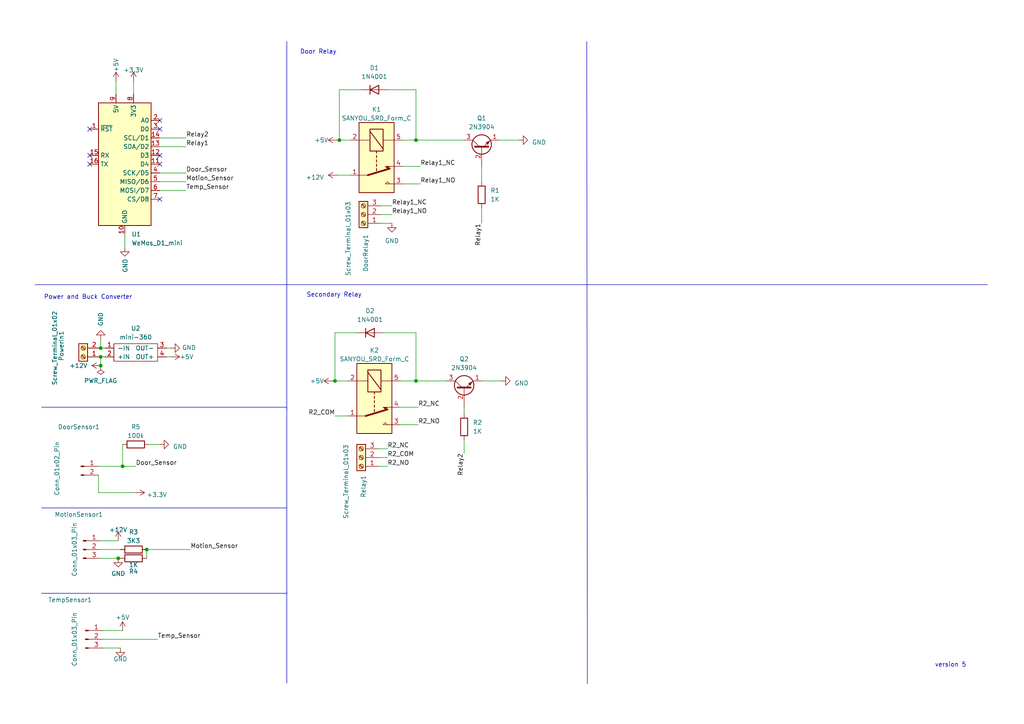
<source format=kicad_sch>
(kicad_sch (version 20230121) (generator eeschema)
  (paper "A4")
  (lib_symbols
    (symbol "Connector:Conn_01x02_Pin" (pin_names (offset 1.016) hide)
      (property "Reference" "J" (at 0 2.54 0))
      (property "Value" "Conn_01x02_Pin" (at 0 -5.08 0))
      (symbol "Conn_01x02_Pin_1_1"
        (polyline (pts (xy 1.27 -2.54) (xy 0.8636 -2.54)) (stroke (width 0.1524)))
        (polyline (pts (xy 1.27 0) (xy 0.8636 0)) (stroke (width 0.1524)))
        (rectangle (start 0.8636 -2.413) (end 0 -2.667) (stroke (width 0.1524)) (fill (type outline)))
        (rectangle (start 0.8636 0.127) (end 0 -0.127) (stroke (width 0.1524)) (fill (type outline)))
        (pin passive line (at 5.08 0 180) (length 3.81) (name "Pin_1") (number "1"))
        (pin passive line (at 5.08 -2.54 180) (length 3.81) (name "Pin_2") (number "2"))
      )
    )
    (symbol "Connector:Conn_01x03_Pin" (pin_names (offset 1.016) hide)
      (property "Reference" "J" (at 0 5.08 0))
      (property "Value" "Conn_01x03_Pin" (at 0 -5.08 0))
      (symbol "Conn_01x03_Pin_1_1"
        (polyline (pts (xy 1.27 -2.54) (xy 0.8636 -2.54)) (stroke (width 0.1524)))
        (polyline (pts (xy 1.27 0) (xy 0.8636 0)) (stroke (width 0.1524)))
        (polyline (pts (xy 1.27 2.54) (xy 0.8636 2.54)) (stroke (width 0.1524)))
        (rectangle (start 0.8636 -2.413) (end 0 -2.667) (stroke (width 0.1524)) (fill (type outline)))
        (rectangle (start 0.8636 0.127) (end 0 -0.127) (stroke (width 0.1524)) (fill (type outline)))
        (rectangle (start 0.8636 2.667) (end 0 2.413) (stroke (width 0.1524)) (fill (type outline)))
        (pin passive line (at 5.08 2.54 180) (length 3.81) (name "Pin_1") (number "1"))
        (pin passive line (at 5.08 0 180) (length 3.81) (name "Pin_2") (number "2"))
        (pin passive line (at 5.08 -2.54 180) (length 3.81) (name "Pin_3") (number "3"))
      )
    )
    (symbol "Connector:Screw_Terminal_01x02" (pin_names (offset 1.016) hide)
      (property "Reference" "J" (at 0 2.54 0))
      (property "Value" "Screw_Terminal_01x02" (at 0 -5.08 0))
      (symbol "Screw_Terminal_01x02_1_1"
        (rectangle (start -1.27 1.27) (end 1.27 -3.81) (stroke (width 0.254)) (fill (type background)))
        (circle (center 0 -2.54) (radius 0.635) (stroke (width 0.1524)))
        (polyline (pts (xy -0.5334 -2.2098) (xy 0.3302 -3.048)) (stroke (width 0.1524)))
        (polyline (pts (xy -0.5334 0.3302) (xy 0.3302 -0.508)) (stroke (width 0.1524)))
        (polyline (pts (xy -0.3556 -2.032) (xy 0.508 -2.8702)) (stroke (width 0.1524)))
        (polyline (pts (xy -0.3556 0.508) (xy 0.508 -0.3302)) (stroke (width 0.1524)))
        (circle (center 0 0) (radius 0.635) (stroke (width 0.1524)))
        (pin passive line (at -5.08 0 0) (length 3.81) (name "Pin_1") (number "1"))
        (pin passive line (at -5.08 -2.54 0) (length 3.81) (name "Pin_2") (number "2"))
      )
    )
    (symbol "Connector:Screw_Terminal_01x03" (pin_names (offset 1.016) hide)
      (property "Reference" "J" (at 0 5.08 0))
      (property "Value" "Screw_Terminal_01x03" (at 0 -5.08 0))
      (symbol "Screw_Terminal_01x03_1_1"
        (rectangle (start -1.27 3.81) (end 1.27 -3.81) (stroke (width 0.254)) (fill (type background)))
        (circle (center 0 -2.54) (radius 0.635) (stroke (width 0.1524)))
        (polyline (pts (xy -0.5334 -2.2098) (xy 0.3302 -3.048)) (stroke (width 0.1524)))
        (polyline (pts (xy -0.5334 0.3302) (xy 0.3302 -0.508)) (stroke (width 0.1524)))
        (polyline (pts (xy -0.5334 2.8702) (xy 0.3302 2.032)) (stroke (width 0.1524)))
        (polyline (pts (xy -0.3556 -2.032) (xy 0.508 -2.8702)) (stroke (width 0.1524)))
        (polyline (pts (xy -0.3556 0.508) (xy 0.508 -0.3302)) (stroke (width 0.1524)))
        (polyline (pts (xy -0.3556 3.048) (xy 0.508 2.2098)) (stroke (width 0.1524)))
        (circle (center 0 0) (radius 0.635) (stroke (width 0.1524)))
        (circle (center 0 2.54) (radius 0.635) (stroke (width 0.1524)))
        (pin passive line (at -5.08 2.54 0) (length 3.81) (name "Pin_1") (number "1"))
        (pin passive line (at -5.08 0 0) (length 3.81) (name "Pin_2") (number "2"))
        (pin passive line (at -5.08 -2.54 0) (length 3.81) (name "Pin_3") (number "3"))
      )
    )
    (symbol "Device:R" (pin_numbers hide) (pin_names (offset 0))
      (property "Reference" "R" (at 2.032 0 90))
      (property "Value" "R" (at 0 0 90))
      (symbol "R_0_1"
        (rectangle (start -1.016 -2.54) (end 1.016 2.54) (stroke (width 0.254)))
      )
      (symbol "R_1_1"
        (pin passive line (at 0 3.81 270) (length 1.27) (name "~") (number "1"))
        (pin passive line (at 0 -3.81 90) (length 1.27) (name "~") (number "2"))
      )
    )
    (symbol "Diode:1N4001" (pin_numbers hide) (pin_names hide)
      (property "Reference" "D" (at 0 2.54 0))
      (property "Value" "1N4001" (at 0 -2.54 0))
      (symbol "1N4001_0_1"
        (polyline (pts (xy -1.27 1.27) (xy -1.27 -1.27)) (stroke (width 0.254)))
        (polyline (pts (xy 1.27 0) (xy -1.27 0)))
        (polyline (pts (xy 1.27 1.27) (xy 1.27 -1.27) (xy -1.27 0) (xy 1.27 1.27)) (stroke (width 0.254)))
      )
      (symbol "1N4001_1_1"
        (pin passive line (at -3.81 0 0) (length 2.54) (name "K") (number "1"))
        (pin passive line (at 3.81 0 180) (length 2.54) (name "A") (number "2"))
      )
    )
    (symbol "MCU_Module:WeMos_D1_mini"
      (property "Reference" "U" (at 3.81 19.05 0))
      (property "Value" "WeMos_D1_mini" (at 1.27 -19.05 0))
      (symbol "WeMos_D1_mini_1_1"
        (rectangle (start -7.62 17.78) (end 7.62 -17.78) (stroke (width 0.254)) (fill (type background)))
        (pin input line (at -10.16 10.16 0) (length 2.54) (name "~{RST}") (number "1"))
        (pin power_in line (at 0 -20.32 90) (length 2.54) (name "GND") (number "10"))
        (pin bidirectional line (at 10.16 0 180) (length 2.54) (name "D4") (number "11"))
        (pin bidirectional line (at 10.16 2.54 180) (length 2.54) (name "D3") (number "12"))
        (pin bidirectional line (at 10.16 5.08 180) (length 2.54) (name "SDA/D2") (number "13"))
        (pin bidirectional line (at 10.16 7.62 180) (length 2.54) (name "SCL/D1") (number "14"))
        (pin input line (at -10.16 2.54 0) (length 2.54) (name "RX") (number "15"))
        (pin output line (at -10.16 0 0) (length 2.54) (name "TX") (number "16"))
        (pin input line (at 10.16 12.7 180) (length 2.54) (name "A0") (number "2"))
        (pin bidirectional line (at 10.16 10.16 180) (length 2.54) (name "D0") (number "3"))
        (pin bidirectional line (at 10.16 -2.54 180) (length 2.54) (name "SCK/D5") (number "4"))
        (pin bidirectional line (at 10.16 -5.08 180) (length 2.54) (name "MISO/D6") (number "5"))
        (pin bidirectional line (at 10.16 -7.62 180) (length 2.54) (name "MOSI/D7") (number "6"))
        (pin bidirectional line (at 10.16 -10.16 180) (length 2.54) (name "CS/D8") (number "7"))
        (pin power_out line (at 2.54 20.32 270) (length 2.54) (name "3V3") (number "8"))
        (pin power_in line (at -2.54 20.32 270) (length 2.54) (name "5V") (number "9"))
      )
    )
    (symbol "Relay:SANYOU_SRD_Form_C"
      (property "Reference" "K" (at 11.43 3.81 0))
      (property "Value" "SANYOU_SRD_Form_C" (at 11.43 1.27 0))
      (symbol "SANYOU_SRD_Form_C_0_0"
        (polyline (pts (xy 7.62 5.08) (xy 7.62 2.54) (xy 6.985 3.175) (xy 7.62 3.81)))
      )
      (symbol "SANYOU_SRD_Form_C_0_1"
        (rectangle (start -10.16 5.08) (end 10.16 -5.08) (stroke (width 0.254)) (fill (type background)))
        (rectangle (start -8.255 1.905) (end -1.905 -1.905) (stroke (width 0.254)))
        (polyline (pts (xy -7.62 -1.905) (xy -2.54 1.905)) (stroke (width 0.254)))
        (polyline (pts (xy -5.08 -5.08) (xy -5.08 -1.905)))
        (polyline (pts (xy -5.08 5.08) (xy -5.08 1.905)))
        (polyline (pts (xy -1.905 0) (xy -1.27 0)) (stroke (width 0.254)))
        (polyline (pts (xy -0.635 0) (xy 0 0)) (stroke (width 0.254)))
        (polyline (pts (xy 0.635 0) (xy 1.27 0)) (stroke (width 0.254)))
        (polyline (pts (xy 1.905 0) (xy 2.54 0)) (stroke (width 0.254)))
        (polyline (pts (xy 3.175 0) (xy 3.81 0)) (stroke (width 0.254)))
        (polyline (pts (xy 5.08 -2.54) (xy 3.175 3.81)) (stroke (width 0.508)))
        (polyline (pts (xy 5.08 -2.54) (xy 5.08 -5.08)))
      )
      (symbol "SANYOU_SRD_Form_C_1_1"
        (polyline (pts (xy 2.54 3.81) (xy 3.175 3.175) (xy 2.54 2.54) (xy 2.54 5.08)) (fill (type outline)))
        (pin passive line (at 5.08 -7.62 90) (length 2.54) (name "~") (number "1"))
        (pin passive line (at -5.08 -7.62 90) (length 2.54) (name "~") (number "2"))
        (pin passive line (at 7.62 7.62 270) (length 2.54) (name "~") (number "3"))
        (pin passive line (at 2.54 7.62 270) (length 2.54) (name "~") (number "4"))
        (pin passive line (at -5.08 7.62 270) (length 2.54) (name "~") (number "5"))
      )
    )
    (symbol "Transistor_BJT:2N3904" (pin_names (offset 0) hide)
      (property "Reference" "Q" (at 5.08 1.905 0))
      (property "Value" "2N3904" (at 5.08 0 0))
      (symbol "2N3904_0_1"
        (polyline (pts (xy 0.635 0.635) (xy 2.54 2.54)))
        (polyline (pts (xy 0.635 -0.635) (xy 2.54 -2.54) (xy 2.54 -2.54)))
        (polyline (pts (xy 0.635 1.905) (xy 0.635 -1.905) (xy 0.635 -1.905)) (stroke (width 0.508)))
        (polyline (pts (xy 1.27 -1.778) (xy 1.778 -1.27) (xy 2.286 -2.286) (xy 1.27 -1.778) (xy 1.27 -1.778)) (fill (type outline)))
        (circle (center 1.27 0) (radius 2.8194) (stroke (width 0.254)))
      )
      (symbol "2N3904_1_1"
        (pin passive line (at 2.54 -5.08 90) (length 2.54) (name "E") (number "1"))
        (pin passive line (at -5.08 0 0) (length 5.715) (name "B") (number "2"))
        (pin passive line (at 2.54 5.08 270) (length 2.54) (name "C") (number "3"))
      )
    )
    (symbol "mini360:mini-360" (pin_names (offset 1.016))
      (property "Reference" "U2" (at 0 6.985 0))
      (property "Value" "mini-360" (at 0 4.6736 0))
      (symbol "mini-360_0_1"
        (rectangle (start -6.35 -2.54) (end 6.35 2.54))
        (rectangle (start -6.35 2.54) (end -6.35 -2.54))
      )
      (symbol "mini-360_1_1"
        (pin power_in line (at -8.89 1.27 0) (length 2.54) (name "-IN") (number "1"))
        (pin power_in line (at -8.89 -1.27 0) (length 2.54) (name "+IN") (number "2"))
        (pin power_out line (at 8.89 1.27 180) (length 2.54) (name "OUT-") (number "3"))
        (pin power_out line (at 8.89 -1.27 180) (length 2.54) (name "OUT+") (number "4"))
      )
    )
    (symbol "power:+12V" (power) (pin_names (offset 0))
      (property "Value" "+12V" (at 0 3.556 0))
      (symbol "+12V_0_1"
        (polyline (pts (xy -0.762 1.27) (xy 0 2.54)))
        (polyline (pts (xy 0 0) (xy 0 2.54)))
        (polyline (pts (xy 0 2.54) (xy 0.762 1.27)))
      )
      (symbol "+12V_1_1"
        (pin power_in line (at 0 0 90) (length 0) hide (name "+12V") (number "1"))
      )
    )
    (symbol "power:+3.3V" (power) (pin_names (offset 0))
      (property "Value" "+3.3V" (at 0 3.556 0))
      (symbol "+3.3V_0_1"
        (polyline (pts (xy -0.762 1.27) (xy 0 2.54)))
        (polyline (pts (xy 0 0) (xy 0 2.54)))
        (polyline (pts (xy 0 2.54) (xy 0.762 1.27)))
      )
      (symbol "+3.3V_1_1"
        (pin power_in line (at 0 0 90) (length 0) hide (name "+3.3V") (number "1"))
      )
    )
    (symbol "power:+5V" (power) (pin_names (offset 0))
      (property "Value" "+5V" (at 0 3.556 0))
      (symbol "+5V_0_1"
        (polyline (pts (xy -0.762 1.27) (xy 0 2.54)))
        (polyline (pts (xy 0 0) (xy 0 2.54)))
        (polyline (pts (xy 0 2.54) (xy 0.762 1.27)))
      )
      (symbol "+5V_1_1"
        (pin power_in line (at 0 0 90) (length 0) hide (name "+5V") (number "1"))
      )
    )
    (symbol "power:GND" (power) (pin_names (offset 0))
      (property "Value" "GND" (at 0 -3.81 0))
      (symbol "GND_0_1"
        (polyline (pts (xy 0 0) (xy 0 -1.27) (xy 1.27 -1.27) (xy 0 -2.54) (xy -1.27 -1.27) (xy 0 -1.27)))
      )
      (symbol "GND_1_1"
        (pin power_in line (at 0 0 270) (length 0) hide (name "GND") (number "1"))
      )
    )
    (symbol "power:PWR_FLAG" (power) (pin_numbers hide) (pin_names (offset 0) hide)
      (property "Value" "PWR_FLAG" (at 0 3.81 0))
      (symbol "PWR_FLAG_0_0"
        (pin power_out line (at 0 0 90) (length 0) (name "pwr") (number "1"))
      )
      (symbol "PWR_FLAG_0_1"
        (polyline (pts (xy 0 0) (xy 0 1.27) (xy -1.016 1.905) (xy 0 2.54) (xy 1.016 1.905) (xy 0 1.27)))
      )
    )
  )
  (junction (at 97.155 110.49))
  (junction (at 34.29 161.925))
  (junction (at 29.21 106.045))
  (junction (at 98.425 40.64))
  (junction (at 120.65 110.49))
  (junction (at 29.21 100.965))
  (junction (at 29.21 103.505))
  (junction (at 42.545 159.385))
  (junction (at 120.65 40.64))
  (junction (at 35.56 135.255))
  (no_connect (at 46.355 57.785))
  (no_connect (at 46.355 47.625))
  (no_connect (at 26.035 37.465))
  (no_connect (at 46.355 45.085))
  (no_connect (at 46.355 34.925))
  (no_connect (at 26.035 45.085))
  (no_connect (at 46.355 37.465))
  (no_connect (at 26.035 47.625))
  (wire (pts (xy 29.845 185.42) (xy 45.72 185.42)))
  (wire (pts (xy 116.205 118.11) (xy 121.285 118.11)))
  (polyline (pts (xy 83.185 172.085) (xy 83.185 171.45)))
  (polyline (pts (xy 83.185 82.55) (xy 83.185 198.12)))
  (wire (pts (xy 42.545 159.385) (xy 42.545 161.925)))
  (wire (pts (xy 29.21 106.045) (xy 29.21 103.505)))
  (wire (pts (xy 116.84 53.34) (xy 121.92 53.34)))
  (wire (pts (xy 139.7 60.325) (xy 139.7 64.77)))
  (wire (pts (xy 120.65 26.035) (xy 112.395 26.035)))
  (wire (pts (xy 29.21 98.425) (xy 29.21 100.965)))
  (wire (pts (xy 46.355 55.245) (xy 53.975 55.245)))
  (wire (pts (xy 120.65 40.64) (xy 134.62 40.64)))
  (wire (pts (xy 120.65 96.52) (xy 111.125 96.52)))
  (polyline (pts (xy 83.185 118.11) (xy 83.185 118.745)))
  (wire (pts (xy 103.505 96.52) (xy 97.155 96.52)))
  (wire (pts (xy 34.29 161.925) (xy 34.925 161.925)))
  (wire (pts (xy 33.655 23.495) (xy 33.655 27.305)))
  (polyline (pts (xy 12.065 172.085) (xy 83.185 172.085)))
  (wire (pts (xy 97.155 110.49) (xy 100.965 110.49)))
  (wire (pts (xy 46.355 42.545) (xy 53.975 42.545)))
  (wire (pts (xy 46.355 40.005) (xy 53.975 40.005)))
  (wire (pts (xy 46.355 52.705) (xy 53.975 52.705)))
  (polyline (pts (xy 12.065 118.11) (xy 83.185 118.11)))
  (wire (pts (xy 28.575 135.255) (xy 35.56 135.255)))
  (wire (pts (xy 29.21 156.845) (xy 34.29 156.845)))
  (wire (pts (xy 104.775 26.035) (xy 98.425 26.035)))
  (wire (pts (xy 120.65 110.49) (xy 129.54 110.49)))
  (wire (pts (xy 42.545 159.385) (xy 55.245 159.385)))
  (wire (pts (xy 48.26 100.965) (xy 49.53 100.965)))
  (wire (pts (xy 112.395 135.255) (xy 109.855 135.255)))
  (wire (pts (xy 144.78 40.64) (xy 150.495 40.64)))
  (wire (pts (xy 134.62 118.11) (xy 134.62 120.015)))
  (wire (pts (xy 110.49 62.23) (xy 113.665 62.23)))
  (polyline (pts (xy 10.16 82.55) (xy 286.385 82.55)))
  (wire (pts (xy 29.21 103.505) (xy 30.48 103.505)))
  (wire (pts (xy 116.84 40.64) (xy 120.65 40.64)))
  (wire (pts (xy 38.735 23.495) (xy 38.735 27.305)))
  (wire (pts (xy 98.425 26.035) (xy 98.425 40.64)))
  (wire (pts (xy 120.65 110.49) (xy 120.65 96.52)))
  (wire (pts (xy 110.49 64.77) (xy 113.665 64.77)))
  (wire (pts (xy 96.52 110.49) (xy 97.155 110.49)))
  (wire (pts (xy 29.21 161.925) (xy 34.29 161.925)))
  (wire (pts (xy 29.845 187.96) (xy 34.925 187.96)))
  (wire (pts (xy 28.575 142.875) (xy 39.37 142.875)))
  (wire (pts (xy 36.195 67.945) (xy 36.195 71.755)))
  (polyline (pts (xy 83.185 12.065) (xy 83.185 82.55)))
  (polyline (pts (xy 12.065 147.32) (xy 83.185 147.32)))
  (wire (pts (xy 97.79 50.8) (xy 101.6 50.8)))
  (wire (pts (xy 48.26 103.505) (xy 49.53 103.505)))
  (wire (pts (xy 29.21 100.965) (xy 30.48 100.965)))
  (wire (pts (xy 112.395 132.715) (xy 109.855 132.715)))
  (wire (pts (xy 98.425 40.64) (xy 101.6 40.64)))
  (wire (pts (xy 120.65 40.64) (xy 120.65 26.035)))
  (wire (pts (xy 134.62 127.635) (xy 134.62 131.445)))
  (wire (pts (xy 43.18 128.905) (xy 46.355 128.905)))
  (wire (pts (xy 29.845 182.88) (xy 35.56 182.88)))
  (wire (pts (xy 28.575 137.795) (xy 28.575 142.875)))
  (wire (pts (xy 116.205 110.49) (xy 120.65 110.49)))
  (wire (pts (xy 46.355 50.165) (xy 53.975 50.165)))
  (polyline (pts (xy 170.18 12.065) (xy 170.3639 198.3139)))
  (wire (pts (xy 35.56 128.905) (xy 35.56 135.255)))
  (wire (pts (xy 116.205 123.19) (xy 121.285 123.19)))
  (wire (pts (xy 35.56 135.255) (xy 39.37 135.255)))
  (wire (pts (xy 97.155 120.65) (xy 100.965 120.65)))
  (wire (pts (xy 139.7 48.26) (xy 139.7 52.705)))
  (wire (pts (xy 97.155 96.52) (xy 97.155 110.49)))
  (wire (pts (xy 97.79 40.64) (xy 98.425 40.64)))
  (wire (pts (xy 116.84 48.26) (xy 121.92 48.26)))
  (wire (pts (xy 139.7 110.49) (xy 145.415 110.49)))
  (wire (pts (xy 112.395 130.175) (xy 109.855 130.175)))
  (wire (pts (xy 113.665 59.69) (xy 110.49 59.69)))
  (wire (pts (xy 29.21 159.385) (xy 34.925 159.385)))
  (text "Power and Buck Converter" (at 12.7 86.995 0) (effects (font (size 1.27 1.27)) (justify left bottom)))
  (text "Secondary Relay" (at 88.9 86.36 0) (effects (font (size 1.27 1.27)) (justify left bottom)))
  (text "version 5\n" (at 271.145 193.675 0) (effects (font (size 1.27 1.27)) (justify left bottom)))
  (text "Door Relay" (at 86.995 15.875 0) (effects (font (size 1.27 1.27)) (justify left bottom)))
  (label "R2_COM" (at 112.395 132.715 0))
  (label "Door_Sensor" (at 39.37 135.255 0))
  (label "R2_NC" (at 112.395 130.175 0))
  (label "R2_NO" (at 121.285 123.19 0))
  (label "R2_NC" (at 121.285 118.11 0))
  (label "Relay2" (at 134.62 131.445 270))
  (label "Relay1_NO" (at 121.92 53.34 0))
  (label "Relay1" (at 53.975 42.545 0))
  (label "R2_NO" (at 112.395 135.255 0))
  (label "Temp_Sensor" (at 45.72 185.42 0))
  (label "Relay1_NC" (at 121.92 48.26 0))
  (label "Relay1" (at 139.7 64.77 270))
  (label "Relay2" (at 53.975 40.005 0))
  (label "Motion_Sensor" (at 53.975 52.705 0))
  (label "Motion_Sensor" (at 55.245 159.385 0))
  (label "Relay1_NO" (at 113.665 62.23 0))
  (label "R2_COM" (at 97.155 120.65 180))
  (label "Temp_Sensor" (at 53.975 55.245 0))
  (label "Door_Sensor" (at 53.975 50.165 0))
  (label "Relay1_NC" (at 113.665 59.69 0))
  (symbol (lib_id "power:+3.3V") (at 38.735 23.495 0) (unit 1)
    (property "Reference" "#PWR013" (effects hide))
    (property "Value" "+3.3V" (at 38.735 20.32 0))
  )
  (symbol (lib_id "Connector:Screw_Terminal_01x03") (at 105.41 62.23 180) (unit 1)
    (property "Reference" "DoorRelay1" (at 106.045 67.945 90) (effects (justify left)))
    (property "Value" "Screw_Terminal_01x03" (at 100.965 58.42 90) (effects (justify left)))
    (property "Footprint" "TerminalBlock:TerminalBlock_bornier-3_P5.08mm" (effects hide))
  )
  (symbol (lib_id "power:+5V") (at 35.56 182.88 0) (unit 1)
    (property "Reference" "#PWR08" (effects hide))
    (property "Value" "+5V" (at 35.56 179.07 0))
  )
  (symbol (lib_id "power:PWR_FLAG") (at 29.21 106.045 180) (unit 1)
    (property "Reference" "#FLG01" (effects hide))
    (property "Value" "PWR_FLAG" (at 29.21 110.4392 0))
  )
  (symbol (lib_id "power:GND") (at 49.53 100.965 90) (unit 1)
    (property "Reference" "#PWR05" (effects hide))
    (property "Value" "GND" (at 52.7812 100.838 90) (effects (justify right)))
  )
  (symbol (lib_id "Relay:SANYOU_SRD_Form_C") (at 108.585 115.57 270) (unit 1)
    (property "Reference" "K2" (at 108.585 101.6 90))
    (property "Value" "SANYOU_SRD_Form_C" (at 108.585 104.14 90))
    (property "Footprint" "Relay_THT:Relay_SPDT_SANYOU_SRD_Series_Form_C" (effects hide))
    (property "Datasheet" "http://www.sanyourelay.ca/public/products/pdf/SRD.pdf" (effects hide))
  )
  (symbol (lib_id "MCU_Module:WeMos_D1_mini") (at 36.195 47.625 0) (unit 1)
    (property "Reference" "U1" (at 38.1509 67.945 0) (effects (justify left)))
    (property "Value" "WeMos_D1_mini" (at 38.1509 70.485 0) (effects (justify left)))
    (property "Footprint" "Module:WEMOS_D1_mini_light" (effects hide))
    (property "Datasheet" "https://wiki.wemos.cc/products:d1:d1_mini#documentation" (effects hide))
  )
  (symbol (lib_id "Transistor_BJT:2N3904") (at 139.7 43.18 90) (unit 1)
    (property "Reference" "Q1" (at 139.7 34.29 90))
    (property "Value" "2N3904" (at 139.7 36.83 90))
    (property "Footprint" "Package_TO_SOT_THT:TO-92_Wide" (effects hide))
    (property "Datasheet" "https://www.onsemi.com/pub/Collateral/2N3903-D.PDF" (effects hide))
  )
  (symbol (lib_id "Device:R") (at 139.7 56.515 0) (unit 1)
    (property "Reference" "R1" (at 142.24 55.245 0) (effects (justify left)))
    (property "Value" "1K" (at 142.24 57.785 0) (effects (justify left)))
    (property "Footprint" "Resistor_THT:R_Axial_DIN0207_L6.3mm_D2.5mm_P7.62mm_Horizontal" (effects hide))
  )
  (symbol (lib_id "power:GND") (at 36.195 71.755 0) (unit 1)
    (property "Reference" "#PWR02" (effects hide))
    (property "Value" "GND" (at 36.322 75.0062 90) (effects (justify right)))
  )
  (symbol (lib_id "power:+5V") (at 96.52 110.49 90) (unit 1)
    (property "Reference" "#PWR012" (effects hide))
    (property "Value" "+5V" (at 93.98 110.49 90) (effects (justify left)))
  )
  (symbol (lib_id "power:GND") (at 150.495 40.64 90) (unit 1)
    (property "Reference" "#PWR09" (effects hide))
    (property "Value" "GND" (at 154.305 41.275 90) (effects (justify right)))
  )
  (symbol (lib_id "Connector:Conn_01x03_Pin") (at 24.13 159.385 0) (unit 1)
    (property "Reference" "MotionSensor1" (at 22.86 149.225 0))
    (property "Value" "Conn_01x03_Pin" (at 21.59 159.385 90))
    (property "Footprint" "Connector_JST:JST_EH_B3B-EH-A_1x03_P2.50mm_Vertical" (effects hide))
  )
  (symbol (lib_id "Connector:Conn_01x02_Pin") (at 23.495 135.255 0) (unit 1)
    (property "Reference" "DoorSensor1" (at 22.86 123.825 0))
    (property "Value" "Conn_01x02_Pin" (at 16.51 135.89 90))
    (property "Footprint" "Connector_JST:JST_EH_B2B-EH-A_1x02_P2.50mm_Vertical" (effects hide))
  )
  (symbol (lib_id "Connector:Screw_Terminal_01x02") (at 24.13 103.505 180) (unit 1)
    (property "Reference" "PowerIn1" (at 17.78 100.33 90))
    (property "Value" "Screw_Terminal_01x02" (at 15.875 100.965 90))
    (property "Footprint" "TerminalBlock:TerminalBlock_bornier-2_P5.08mm" (effects hide))
  )
  (symbol (lib_id "power:+12V") (at 97.79 50.8 90) (unit 1)
    (property "Reference" "#PWR07" (effects hide))
    (property "Value" "+12V" (at 93.98 51.435 90) (effects (justify left)))
  )
  (symbol (lib_id "power:+3.3V") (at 39.37 142.875 270) (unit 1)
    (property "Reference" "#PWR014" (effects hide))
    (property "Value" "+3.3V" (at 42.545 143.51 90) (effects (justify left)))
  )
  (symbol (lib_id "Diode:1N4001") (at 107.315 96.52 0) (unit 1)
    (property "Reference" "D2" (at 107.315 90.17 0))
    (property "Value" "1N4001" (at 107.315 92.71 0))
    (property "Footprint" "Diode_THT:D_DO-41_SOD81_P7.62mm_Horizontal" (effects hide))
    (property "Datasheet" "http://www.vishay.com/docs/88503/1n4001.pdf" (effects hide))
    (property "Sim.Device" "D" (effects hide))
    (property "Sim.Pins" "1=K 2=A" (effects hide))
  )
  (symbol (lib_id "power:GND") (at 29.21 98.425 180) (unit 1)
    (property "Reference" "#PWR03" (effects hide))
    (property "Value" "GND" (at 29.21 94.615 90) (effects (justify right)))
  )
  (symbol (lib_id "Device:R") (at 39.37 128.905 90) (unit 1)
    (property "Reference" "R5" (at 39.37 123.825 90))
    (property "Value" "100k" (at 39.37 126.365 90))
    (property "Footprint" "Resistor_THT:R_Axial_DIN0207_L6.3mm_D2.5mm_P7.62mm_Horizontal" (effects hide))
  )
  (symbol (lib_id "power:GND") (at 34.29 161.925 0) (unit 1)
    (property "Reference" "#PWR018" (effects hide))
    (property "Value" "GND" (at 34.29 166.37 0))
  )
  (symbol (lib_id "power:GND") (at 46.355 128.905 90) (unit 1)
    (property "Reference" "#PWR016" (effects hide))
    (property "Value" "GND" (at 50.165 129.54 90) (effects (justify right)))
  )
  (symbol (lib_id "power:GND") (at 145.415 110.49 90) (unit 1)
    (property "Reference" "#PWR010" (effects hide))
    (property "Value" "GND" (at 149.225 111.125 90) (effects (justify right)))
  )
  (symbol (lib_id "Transistor_BJT:2N3904") (at 134.62 113.03 90) (unit 1)
    (property "Reference" "Q2" (at 134.62 104.14 90))
    (property "Value" "2N3904" (at 134.62 106.68 90))
    (property "Footprint" "Package_TO_SOT_THT:TO-92_Wide" (effects hide))
    (property "Datasheet" "https://www.onsemi.com/pub/Collateral/2N3903-D.PDF" (effects hide))
  )
  (symbol (lib_id "Connector:Screw_Terminal_01x03") (at 104.775 132.715 180) (unit 1)
    (property "Reference" "Relay1" (at 105.41 137.795 90) (effects (justify left)))
    (property "Value" "Screw_Terminal_01x03" (at 100.33 128.905 90) (effects (justify left)))
    (property "Footprint" "TerminalBlock:TerminalBlock_bornier-3_P5.08mm" (effects hide))
  )
  (symbol (lib_id "power:GND") (at 113.665 64.77 0) (unit 1)
    (property "Reference" "#PWR021" (effects hide))
    (property "Value" "GND" (at 113.665 69.85 0))
  )
  (symbol (lib_id "Device:R") (at 38.735 159.385 90) (unit 1)
    (property "Reference" "R3" (at 38.735 154.305 90))
    (property "Value" "3K3" (at 38.735 156.845 90))
    (property "Footprint" "Resistor_THT:R_Axial_DIN0207_L6.3mm_D2.5mm_P7.62mm_Horizontal" (effects hide))
  )
  (symbol (lib_id "Device:R") (at 134.62 123.825 0) (unit 1)
    (property "Reference" "R2" (at 137.16 122.555 0) (effects (justify left)))
    (property "Value" "1K" (at 137.16 125.095 0) (effects (justify left)))
    (property "Footprint" "Resistor_THT:R_Axial_DIN0207_L6.3mm_D2.5mm_P7.62mm_Horizontal" (effects hide))
  )
  (symbol (lib_id "mini360:mini-360") (at 39.37 102.235 0) (unit 1)
    (property "Reference" "U2" (at 39.37 95.25 0))
    (property "Value" "mini-360" (at 39.37 97.79 0))
    (property "Footprint" "mini360:buck_converter 16.8x22,14" (effects hide))
  )
  (symbol (lib_id "power:GND") (at 34.925 187.96 0) (unit 1)
    (property "Reference" "#PWR019" (effects hide))
    (property "Value" "GND" (at 34.925 191.135 0))
  )
  (symbol (lib_id "power:+5V") (at 97.79 40.64 90) (unit 1)
    (property "Reference" "#PWR022" (effects hide))
    (property "Value" "+5V" (at 95.25 40.64 90) (effects (justify left)))
  )
  (symbol (lib_id "power:+5V") (at 33.655 23.495 0) (unit 1)
    (property "Reference" "#PWR01" (effects hide))
    (property "Value" "+5V" (at 33.655 20.955 90) (effects (justify left)))
  )
  (symbol (lib_id "Device:R") (at 38.735 161.925 90) (unit 1)
    (property "Reference" "R4" (at 38.735 165.735 90))
    (property "Value" "1K" (at 38.735 163.83 90))
    (property "Footprint" "Resistor_THT:R_Axial_DIN0207_L6.3mm_D2.5mm_P7.62mm_Horizontal" (effects hide))
  )
  (symbol (lib_id "power:+5V") (at 49.53 103.505 270) (unit 1)
    (property "Reference" "#PWR06" (effects hide))
    (property "Value" "+5V" (at 52.07 103.505 90) (effects (justify left)))
  )
  (symbol (lib_id "Diode:1N4001") (at 108.585 26.035 0) (unit 1)
    (property "Reference" "D1" (at 108.585 19.685 0))
    (property "Value" "1N4001" (at 108.585 22.225 0))
    (property "Footprint" "Diode_THT:D_DO-41_SOD81_P7.62mm_Horizontal" (effects hide))
    (property "Datasheet" "http://www.vishay.com/docs/88503/1n4001.pdf" (effects hide))
    (property "Sim.Device" "D" (effects hide))
    (property "Sim.Pins" "1=K 2=A" (effects hide))
  )
  (symbol (lib_id "Relay:SANYOU_SRD_Form_C") (at 109.22 45.72 270) (unit 1)
    (property "Reference" "K1" (at 109.22 31.75 90))
    (property "Value" "SANYOU_SRD_Form_C" (at 109.22 34.29 90))
    (property "Footprint" "Relay_THT:Relay_SPDT_SANYOU_SRD_Series_Form_C" (effects hide))
    (property "Datasheet" "http://www.sanyourelay.ca/public/products/pdf/SRD.pdf" (effects hide))
  )
  (symbol (lib_id "power:+12V") (at 29.21 106.045 90) (unit 1)
    (property "Reference" "#PWR04" (effects hide))
    (property "Value" "+12V" (at 25.4 106.045 90) (effects (justify left)))
  )
  (symbol (lib_id "power:+12V") (at 34.29 156.845 0) (unit 1)
    (property "Reference" "#PWR011" (effects hide))
    (property "Value" "+12V" (at 34.29 153.67 0))
  )
  (symbol (lib_id "Connector:Conn_01x03_Pin") (at 24.765 185.42 0) (unit 1)
    (property "Reference" "TempSensor1" (at 20.32 173.99 0))
    (property "Value" "Conn_01x03_Pin" (at 21.59 185.42 90))
    (property "Footprint" "Connector_JST:JST_EH_B3B-EH-A_1x03_P2.50mm_Vertical" (effects hide))
  )
)
</source>
